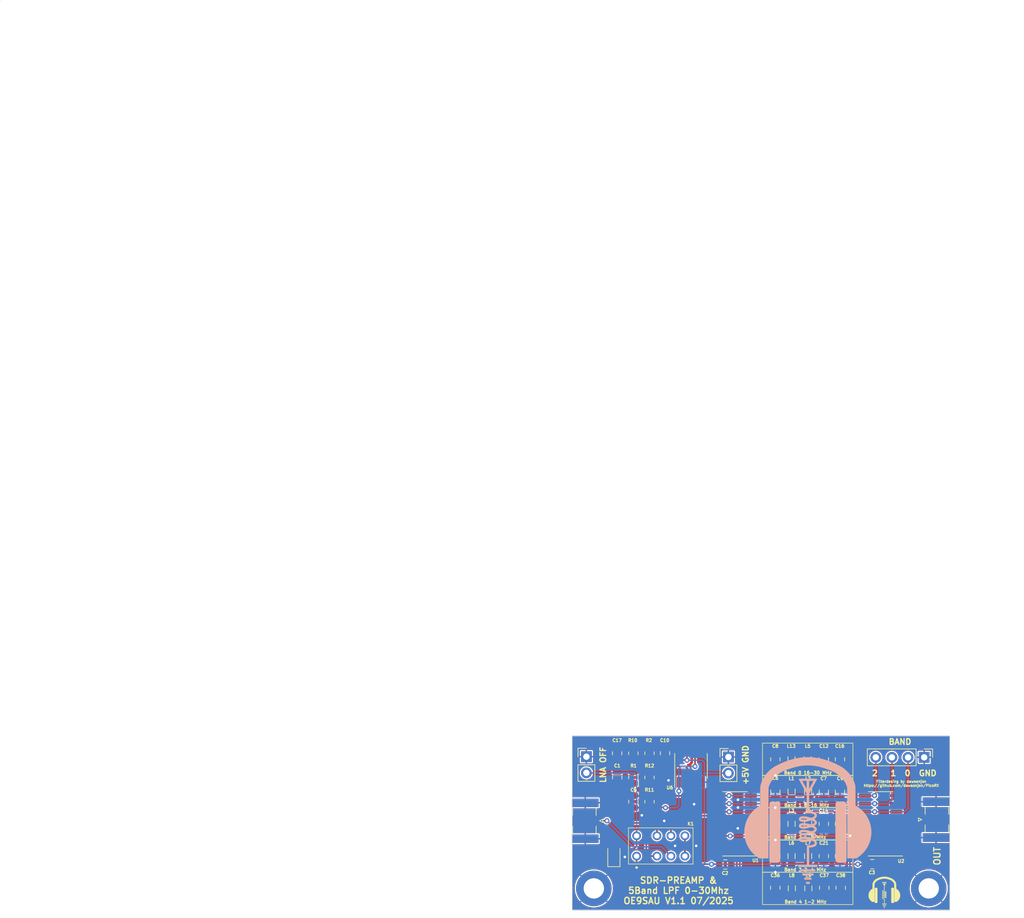
<source format=kicad_pcb>
(kicad_pcb (version 20240108) (generator "pcbnew") (generator_version "8.0")
  (layers (0 "F.Cu" signal) (31 "B.Cu" signal) (34 "B.Paste" user) (35 "F.Paste" user) (36 "B.SilkS" user "B.Silkscreen") (37 "F.SilkS" user "F.Silkscreen") (38 "B.Mask" user) (39 "F.Mask" user) (44 "Edge.Cuts" user))
  (net 0 "")
  (net 1 "+5V")
  (net 2 "GND")
  (net 3 "LPF_16_30_A")
  (net 4 "LPF_8_16_A")
  (net 5 "Net-(C7-Pad2)")
  (net 6 "LPF_8_16_B")
  (net 7 "Net-(C12-Pad2)")
  (net 8 "LPF_4_8_A")
  (net 9 "Net-(C14-Pad2)")
  (net 10 "LPF_4_8_B")
  (net 11 "LPF_2_4_A")
  (net 12 "LPF_16_30_B")
  (net 13 "Net-(C21-Pad2)")
  (net 14 "LPF_2_4_B")
  (net 15 "LPF_1_2_A")
  (net 17 "BAND_2")
  (net 18 "BAND_1")
  (net 19 "BAND_0")
  (net 21 "Net-(C37-Pad2)")
  (net 22 "LPF_1_2_B")
  (net 23 "Net-(U1-I5)")
  (net 24 "Net-(J5-In)")
  (net 25 "Net-(C1-Pad1)")
  (net 26 "Net-(U6--)")
  (net 27 "RF_PREAMP")
  (net 28 "Net-(U6-+)")
  (net 30 "Net-(K1-NC_1)")
  (net 31 "Net-(K1-NC_2)")
  (net 32 "Net-(K1-NO_1)")
  (net 33 "Net-(J1-In)")
  (net 34 "Net-(D1-A)")
  (footprint "Resistor_SMD:R_0805_2012Metric" (layer "F.Cu") (at 102.108 126.05 -90)
    (property "Reference" "R11")
    (property "Value" "220")
  )
  (footprint "Capacitor_SMD:C_0805_2012Metric" (layer "F.Cu") (at 129.6 139.6 90)
    (property "Reference" "C37")
    (property "Value" "4.7n")
  )
  (footprint "Capacitor_SMD:C_0805_2012Metric" (layer "F.Cu") (at 121.92 129.54 90)
    (property "Reference" "C13")
    (property "Value" "1n")
  )
  (footprint "Inductor_SMD:L_0805_2012Metric_Pad1.05x1.20mm_HandSolder" (layer "F.Cu") (at 124.46 134.62 90)
    (property "Reference" "L6")
    (property "Value" "2.2u")
  )
  (footprint "MountingHole:MountingHole_3.2mm_M3_DIN965_Pad" (layer "F.Cu") (at 146.05 139.7)
    (property "Reference" "H2" (hide yes))
    (property "Value" "MountingHole_Pad")
  )
  (footprint "Capacitor_SMD:C_0805_2012Metric" (layer "F.Cu") (at 121.92 119.38 90)
    (property "Reference" "C8")
    (property "Value" "330pF")
  )
  (footprint "Capacitor_SMD:C_0805_2012Metric" (layer "F.Cu") (at 132.08 134.62 90)
    (property "Reference" "C22")
    (property "Value" "1.5n")
  )
  (footprint "Inductor_SMD:L_0805_2012Metric_Pad1.05x1.20mm_HandSolder" (layer "F.Cu") (at 127.065 124.46 -90)
    (property "Reference" "L2")
    (property "Value" "330n")
  )
  (footprint "Capacitor_SMD:C_0805_2012Metric" (layer "F.Cu") (at 132.08 119.38 90)
    (property "Reference" "C16")
    (property "Value" "330p")
  )
  (footprint "Diode_SMD:D_0805_2012Metric_Pad1.15x1.40mm_HandSolder" (layer "F.Cu") (at 96.5 134.425 90)
    (property "Reference" "D1" (hide yes))
    (property "Value" "1N4148W")
  )
  (footprint "Inductor_SMD:L_0805_2012Metric_Pad1.05x1.20mm_HandSolder" (layer "F.Cu") (at 127.065 134.62 -90)
    (property "Reference" "L7")
    (property "Value" "2.2u")
  )
  (footprint "Connector_PinHeader_2.54mm:PinHeader_1x04_P2.54mm_Vertical" (layer "F.Cu") (at 145.33 119.075 -90)
    (property "Reference" "J4" (hide yes))
    (property "Value" "Conn_01x04_Pin")
  )
  (footprint "Capacitor_SMD:C_0805_2012Metric" (layer "F.Cu") (at 99.568 126.05 -90)
    (property "Reference" "C5")
    (property "Value" "22p")
  )
  (footprint "UA2-5SNU:UA245NJ" (layer "F.Cu") (at 103.876 133.345)
    (property "Reference" "K1")
    (property "Value" "UA2-5NU" (hide yes))
  )
  (footprint "Inductor_SMD:L_0805_2012Metric_Pad1.05x1.20mm_HandSolder" (layer "F.Cu") (at 124.46 119.38 90)
    (property "Reference" "L13")
    (property "Value" "220n")
  )
  (footprint "MountingHole:MountingHole_3.2mm_M3_DIN965_Pad" (layer "F.Cu") (at 93.345 139.7)
    (property "Reference" "H1" (hide yes))
    (property "Value" "MountingHole_Pad")
  )
  (footprint "Package_SO:SO-8_3.9x4.9mm_P1.27mm" (layer "F.Cu") (at 108.6358 120.4056 90)
    (property "Reference" "U6")
    (property "Value" "LTC6226xS8")
  )
  (footprint "LOGO" (layer "F.Cu") (at 139.065 140.335)
    (property "Reference" "G0" (hide yes))
    (property "Value" "LOGO" (hide yes))
  )
  (footprint "Inductor_SMD:L_0805_2012Metric_Pad1.05x1.20mm_HandSolder" (layer "F.Cu") (at 127.1 139.7 -90)
    (property "Reference" "L9")
    (property "Value" "4.7u")
  )
  (footprint "Resistor_SMD:R_0805_2012Metric" (layer "F.Cu") (at 99.568 118.43 90)
    (property "Reference" "R10")
    (property "Value" "10K")
  )
  (footprint "Package_SO:SOIC-16_3.9x9.9mm_P1.27mm" (layer "F.Cu") (at 115.57 129.54 180)
    (property "Reference" "U1")
    (property "Value" "74CBT3251")
  )
  (footprint "Capacitor_SMD:C_0805_2012Metric" (layer "F.Cu") (at 132.2 139.6 90)
    (property "Reference" "C38")
    (property "Value" "3.3n")
  )
  (footprint "Capacitor_SMD:C_0805_2012Metric" (layer "F.Cu") (at 121.92 134.62 90)
    (property "Reference" "C19")
    (property "Value" "1.5n")
  )
  (footprint "Inductor_SMD:L_0805_2012Metric_Pad1.05x1.20mm_HandSolder" (layer "F.Cu") (at 124.5 139.7 90)
    (property "Reference" "L8")
    (property "Value" "4.7u")
  )
  (footprint "Capacitor_SMD:C_0805_2012Metric" (layer "F.Cu") (at 129.54 124.46 90)
    (property "Reference" "C7")
    (property "Value" "1n")
  )
  (footprint "Capacitor_SMD:C_0805_2012Metric" (layer "F.Cu") (at 97.028 122.24 -90)
    (property "Reference" "C1")
    (property "Value" "10n")
  )
  (footprint "Capacitor_SMD:C_0805_2012Metric" (layer "F.Cu") (at 97.0128 118.4402 90)
    (property "Reference" "C17")
    (property "Value" "100n")
  )
  (footprint "Inductor_SMD:L_0805_2012Metric_Pad1.05x1.20mm_HandSolder" (layer "F.Cu") (at 124.46 129.54 90)
    (property "Reference" "L3")
    (property "Value" "1u")
  )
  (footprint "Connector_Coaxial:SMA_Samtec_SMA-J-P-X-ST-EM1_EdgeMount" (layer "F.Cu") (at 91.9988 129.0574 -90)
    (property "Reference" "J5" (hide yes))
    (property "Value" "Antenna")
  )
  (footprint "Connector_PinHeader_2.54mm:PinHeader_1x02_P2.54mm_Vertical" (layer "F.Cu") (at 92.175 118.975)
    (property "Reference" "J2" (hide yes))
    (property "Value" "Conn_01x02_Pin")
  )
  (footprint "Capacitor_SMD:C_0805_2012Metric" (layer "F.Cu") (at 132.08 129.54 90)
    (property "Reference" "C15")
    (property "Value" "1n")
  )
  (footprint "Capacitor_SMD:C_0805_2012Metric" (layer "F.Cu") (at 129.54 129.54 90)
    (property "Reference" "C14")
    (property "Value" "1n")
  )
  (footprint "Capacitor_SMD:C_0805_2012Metric" (layer "F.Cu") (at 121.9 139.6 90)
    (property "Reference" "C36")
    (property "Value" "3.3n")
  )
  (footprint "Package_SO:SOIC-16_3.9x9.9mm_P1.27mm" (layer "F.Cu") (at 138.475 129.54 180)
    (property "Reference" "U2")
    (property "Value" "74CBT3251")
  )
  (footprint "Inductor_SMD:L_0805_2012Metric_Pad1.05x1.20mm_HandSolder" (layer "F.Cu") (at 127 119.38 -90)
    (property "Reference" "L5")
    (property "Value" "220n")
  )
  (footprint "Inductor_SMD:L_0805_2012Metric_Pad1.05x1.20mm_HandSolder" (layer "F.Cu") (at 127.065 129.54 -90)
    (property "Reference" "L4")
    (property "Value" "1u")
  )
  (footprint "Connector_Coaxial:SMA_Samtec_SMA-J-P-X-ST-EM1_EdgeMount" (layer "F.Cu") (at 147.193 128.874 90)
    (property "Reference" "J1" (hide yes))
    (property "Value" "Antenna")
  )
  (footprint "Capacitor_SMD:C_0805_2012Metric" (layer "F.Cu") (at 129.54 134.62 90)
    (property "Reference" "C21")
    (property "Value" "2.2n")
  )
  (footprint "Capacitor_SMD:C_0805_2012Metric" (layer "F.Cu") (at 137.16 135.89)
    (property "Reference" "C3")
    (property "Value" "100n")
  )
  (footprint "Capacitor_SMD:C_0805_2012Metric" (layer "F.Cu") (at 121.92 124.46 90)
    (property "Reference" "C6")
    (property "Value" "680p")
  )
  (footprint "Inductor_SMD:L_0805_2012Metric_Pad1.05x1.20mm_HandSolder" (layer "F.Cu") (at 124.46 124.46 90)
    (property "Reference" "L1")
    (property "Value" "330n")
  )
  (footprint "Resistor_SMD:R_0805_2012Metric" (layer "F.Cu") (at 99.568 122.24 -90)
    (property "Reference" "R1")
    (property "Value" "47")
  )
  (footprint "Capacitor_SMD:C_0805_2012Metric" (layer "F.Cu") (at 114.0308 135.9408)
    (property "Reference" "C2")
    (property "Value" "100n" (hide yes))
  )
  (footprint "Capacitor_SMD:C_0805_2012Metric" (layer "F.Cu") (at 129.54 119.38 90)
    (property "Reference" "C12")
    (property "Value" "470p")
  )
  (footprint "Capacitor_SMD:C_0805_2012Metric" (layer "F.Cu") (at 132.08 124.46 90)
    (property "Reference" "C9")
    (property "Value" "680p")
  )
  (footprint "Resistor_SMD:R_0805_2012Metric" (layer "F.Cu") (at 102.108 122.24 90)
    (property "Reference" "R12")
    (property "Value" "1k")
  )
  (footprint "Capacitor_SMD:C_0805_2012Metric" (layer "F.Cu") (at 104.5464 118.43 90)
    (property "Reference" "C10")
    (property "Value" "100n")
  )
  (footprint "Connector_PinHeader_2.54mm:PinHeader_1x02_P2.54mm_Vertical" (layer "F.Cu") (at 114.526 119.0244)
    (property "Reference" "J3" (hide yes))
    (property "Value" "Conn_01x02_Pin")
  )
  (footprint "Resistor_SMD:R_0805_2012Metric" (layer "F.Cu") (at 102.108 118.43 -90)
    (property "Reference" "R2")
    (property "Value" "10K")
  )
  (footprint "LOGO" (layer "B.Cu") (at 127.0254 129.0066 180)
    (property "Reference" "G1" (hide yes))
    (property "Value" "LOGO" (hide yes))
  )
  (gr_rect (start 119.888 116.84) (end 134.112 121.92) (stroke (width 0.1)) (fill none) (layer "F.SilkS"))
  (gr_rect (start 119.888 137.16) (end 134.112 142.24) (stroke (width 0.1)) (fill none) (layer "F.SilkS"))
  (gr_rect (start 119.888 121.92) (end 134.112 127) (stroke (width 0.1)) (fill none) (layer "F.SilkS"))
  (gr_rect (start 119.888 127) (end 134.112 132.08) (stroke (width 0.1)) (fill none) (layer "F.SilkS"))
  (gr_rect (start 119.888 132.08) (end 134.112 137.16) (stroke (width 0.1)) (fill none) (layer "F.SilkS"))
  (gr_rect (start 89.9414 115.697) (end 149.352 143.117) (stroke (width 0.1)) (fill none) (layer "Edge.Cuts"))
  (gr_text "Filterdesing by dawsonjon\nhttps://github.com/dawsonjon/PicoRX" (at 141.732 123.7488 0) (layer "F.SilkS") (effects (font (size 0.4 0.4) (thickness 0.1) (bold yes)) (justify bottom)))
  (gr_text "Band 1 8-16 MHz" (at 123.25 126.9 0) (layer "F.SilkS") (effects (font (size 0.5 0.5) (thickness 0.125) (bold yes)) (justify left bottom)))
  (gr_text "OUT" (at 147.955 134.62 90) (layer "F.SilkS") (effects (font (size 1 1) (thickness 0.2) (bold yes)) (justify bottom)))
  (gr_text "Band 4 1-2 MHz" (at 123.3 142.1 0) (layer "F.SilkS") (effects (font (size 0.5 0.5) (thickness 0.125) (bold yes)) (justify left bottom)))
  (gr_text "Band 2 4-8 MHz" (at 123.25 131.95 0) (layer "F.SilkS") (effects (font (size 0.5 0.5) (thickness 0.125) (bold yes)) (justify left bottom)))
  (gr_text "+5V GND" (at 117.75 123.5 90) (layer "F.SilkS") (effects (font (size 0.9 0.9) (thickness 0.2) (bold yes)) (justify left bottom)))
  (gr_text "2   1  0  GND" (at 142.2 122.1 0) (layer "F.SilkS") (effects (font (size 0.9 0.9) (thickness 0.2) (bold yes)) (justify bottom)))
  (gr_text "LNA OFF" (at 95.325 123.19 90) (layer "F.SilkS") (effects (font (size 0.9 0.9) (thickness 0.2) (bold yes)) (justify left bottom)))
  (gr_text "SDR-PREAMP &\n5Band LPF 0-30Mhz\nOE9SAU V1.1 07/2025" (at 106.68 142.24 0) (layer "F.SilkS") (effects (font (size 1 1) (thickness 0.2) (bold yes)) (justify bottom)))
  (gr_text "Band 0 16-30 MHz" (at 123.2 121.8 0) (layer "F.SilkS") (effects (font (size 0.5 0.5) (thickness 0.125) (bold yes)) (justify left bottom)))
  (gr_text "BAND" (at 141.525 117.15 0) (layer "F.SilkS") (effects (font (size 0.9 0.9) (thickness 0.2) (bold yes)) (justify bottom)))
  (gr_text "Band 3 2-4 MHz" (at 123.25 137.05 0) (layer "F.SilkS") (effects (font (size 0.5 0.5) (thickness 0.125) (bold yes)) (justify left bottom)))
  (via (at 0 0) (size 0.2) (drill 0.4) (layers "F.Cu" "B.Cu") (net 0))
  (via (at 0 0) (size 0.2) (drill 0.4) (layers "F.Cu" "B.Cu") (net 0))
  (via (at 0 0) (size 0.2) (drill 0.4) (layers "F.Cu" "B.Cu") (net 0))
  (via (at 0 0) (size 0.2) (drill 0.4) (layers "F.Cu" "B.Cu") (net 0))
  (via (at 0 0) (size 0.2) (drill 0.4) (layers "F.Cu" "B.Cu") (net 0))
  (segment (start 113.0808 133.9992) (end 113.095 133.985) (width 0.25) (layer "F.Cu") (net 1))
  (segment (start 113.795 133.985) (end 113.418249 133.985) (width 0.25) (layer "F.Cu") (net 1))
  (segment (start 135.001 135.89) (end 134.874 135.763) (width 0.25) (layer "F.Cu") (net 1))
  (segment (start 113.0808 135.9408) (end 113.0808 133.9992) (width 0.25) (layer "F.Cu") (net 1))
  (segment (start 104.6664 119.5) (end 107.9684 119.5) (width 0.25) (layer "F.Cu") (net 1))
  (segment (start 107.9684 119.5) (end 108.0008 119.5324) (width 0.25) (layer "F.Cu") (net 1))
  (segment (start 113.03 135.89) (end 113.0808 135.9408) (width 0.25) (layer "F.Cu") (net 1))
  (segment (start 102.108 117.5175) (end 102.6839 117.5175) (width 0.25) (layer "F.Cu") (net 1))
  (segment (start 100.076 135.6614) (end 100.3046 135.89) (width 0.25) (layer "F.Cu") (net 1))
  (segment (start 102.6839 117.5175) (end 104.5464 119.38) (width 0.25) (layer "F.Cu") (net 1))
  (segment (start 96.7 135.9) (end 99.8374 135.9) (width 0.25) (layer "F.Cu") (net 1))
  (segment (start 136.21 134.195) (end 136 133.985) (width 0.25) (layer "F.Cu") (net 1))
  (segment (start 96.5 135.7) (end 96.7 135.9) (width 0.25) (layer "F.Cu") (net 1))
  (segment (start 111.8616 135.89) (end 113.03 135.89) (width 0.25) (layer "F.Cu") (net 1))
  (segment (start 108.0008 119.5324) (end 108.0008 117.8306) (width 0.25) (layer "F.Cu") (net 1))
  (segment (start 100.076 134.62) (end 100.076 135.6614) (width 0.25) (layer "F.Cu") (net 1))
  (segment (start 136.21 135.89) (end 135.001 135.89) (width 0.25) (layer "F.Cu") (net 1))
  (segment (start 136.21 135.89) (end 136.21 134.195) (width 0.25) (layer "F.Cu") (net 1))
  (segment (start 100.3046 135.89) (end 111.8616 135.89) (width 0.25) (layer "F.Cu") (net 1))
  (segment (start 104.5464 119.38) (end 104.6664 119.5) (width 0.25) (layer "F.Cu") (net 1))
  (segment (start 99.8374 135.9) (end 100.076 135.6614) (width 0.25) (layer "F.Cu") (net 1))
  (via (at 134.874 135.89) (size 0.8) (drill 0.4) (layers "F.Cu" "B.Cu") (net 1))
  (via (at 111.8616 135.89) (size 0.8) (drill 0.4) (layers "F.Cu" "B.Cu") (net 1))
  (via (at 108.0008 119.5324) (size 0.8) (drill 0.4) (layers "F.Cu" "B.Cu") (net 1))
  (segment (start 110.7694 121.5644) (end 110.744 121.5898) (width 0.25) (layer "B.Cu") (net 1))
  (segment (start 110.744 121.5898) (end 110.744 135.636) (width 0.25) (layer "B.Cu") (net 1))
  (segment (start 108.0008 119.5324) (end 110.4392 119.5324) (width 0.25) (layer "B.Cu") (net 1))
  (segment (start 110.744 119.8372) (end 110.744 121.5898) (width 0.25) (layer "B.Cu") (net 1))
  (segment (start 110.4392 119.5324) (end 110.744 119.8372) (width 0.25) (layer "B.Cu") (net 1))
  (segment (start 114.526 121.5644) (end 110.7694 121.5644) (width 0.25) (layer "B.Cu") (net 1))
  (segment (start 99.8982 134.7978) (end 100.076 134.62) (width 0.25) (layer "B.Cu") (net 1))
  (segment (start 110.998 135.89) (end 134.874 135.89) (width 0.25) (layer "B.Cu") (net 1))
  (segment (start 110.744 135.636) (end 110.998 135.89) (width 0.25) (layer "B.Cu") (net 1))
  (segment (start 99.4695 117.419) (end 99.568 117.5175) (width 0.25) (layer "F.Cu") (net 2))
  (segment (start 129.5146 125.4354) (end 129.54 125.41) (width 0.25) (layer "F.Cu") (net 2))
  (segment (start 129.54 125.41) (end 132.08 125.41) (width 0.25) (layer "F.Cu") (net 2))
  (segment (start 129.54 130.49) (end 132.08 130.49) (width 0.25) (layer "F.Cu") (net 2))
  (segment (start 117.7798 126.9746) (end 118.045 126.7094) (width 0.25) (layer "F.Cu") (net 2))
  (segment (start 121.92 125.41) (end 121.92 125.73) (width 0.25) (layer "F.Cu") (net 2))
  (segment (start 99.568 117.5175) (end 99.0365 117.5175) (width 0.25) (layer "F.Cu") (net 2))
  (segment (start 129.54 120.33) (end 132.08 120.33) (width 0.25) (layer "F.Cu") (net 2))
  (segment (start 118.045 126.7094) (end 118.045 126.365) (width 0.25) (layer "F.Cu") (net 2))
  (segment (start 97.028 117.4902) (end 99.4695 117.4902) (width 0.25) (layer "F.Cu") (net 2))
  (segment (start 121.92 120.33) (end 121.92 120.65) (width 0.25) (layer "F.Cu") (net 2))
  (segment (start 129.6 140.55) (end 132.2 140.55) (width 0.25) (layer "F.Cu") (net 2))
  (segment (start 129.54 135.57) (end 132.08 135.57) (width 0.25) (layer "F.Cu") (net 2))
  (segment (start 116.0272 126.9746) (end 117.7798 126.9746) (width 0.25) (layer "F.Cu") (net 2))
  (via (at 121.92 132.08) (size 0.8) (drill 0.4) (layers "F.Cu" "B.Cu") (net 2))
  (via (at 104.425 129.075) (size 0.8) (drill 0.4) (layers "F.Cu" "B.Cu") (net 2))
  (via (at 116 130.25) (size 0.8) (drill 0.4) (layers "F.Cu" "B.Cu") (net 2))
  (via (at 106.125 133) (size 0.8) (drill 0.4) (layers "F.Cu" "B.Cu") (net 2))
  (via (at 105.1 122.7) (size 0.8) (drill 0.4) (layers "F.Cu" "B.Cu") (net 2))
  (via (at 109.45 133) (size 0.8) (drill 0.4) (layers "F.Cu" "B.Cu") (net 2))
  (via (at 121.8946 127) (size 0.8) (drill 0.4) (layers "F.Cu" "B.Cu") (net 2))
  (via (at 100.9 128.2) (size 0.8) (drill 0.4) (layers "F.Cu" "B.Cu") (net 2))
  (via (at 109.125 126.45) (size 0.8) (drill 0.4) (layers "F.Cu" "B.Cu") (net 2))
  (via (at 98.225 134.75) (size 0.8) (drill 0.4) (layers "F.Cu" "B.Cu") (net 2))
  (via (at 121.92 137.1346) (size 0.8) (drill 0.4) (layers "F.Cu" "B.Cu") (net 2))
  (via (at 121.92 121.92) (size 0.8) (drill 0.4) (layers "F.Cu" "B.Cu") (net 2))
  (via (at 116.0272 126.9746) (size 0.8) (drill 0.4) (layers "F.Cu" "B.Cu") (net 2))
  (via (at 116.025 125.75) (size 0.8) (drill 0.4) (layers "F.Cu" "B.Cu") (net 2))
  (segment (start 116.2304 127) (end 116.205 126.9746) (width 0.25) (layer "B.Cu") (net 2))
  (segment (start 121.8946 127) (end 116.2304 127) (width 0.25) (layer "B.Cu") (net 2))
  (segment (start 119.8728 118.43) (end 121.92 118.43) (width 0.25) (layer "F.Cu") (net 3))
  (segment (start 119.126 130.175) (end 119.617359 129.683641) (width 0.25) (layer "F.Cu") (net 3))
  (segment (start 119.617359 118.685441) (end 119.8728 118.43) (width 0.25) (layer "F.Cu") (net 3))
  (segment (start 124.46 118.23) (end 122.12 118.23) (width 0.25) (layer "F.Cu") (net 3))
  (segment (start 119.617359 129.683641) (end 119.617359 118.685441) (width 0.25) (layer "F.Cu") (net 3))
  (segment (start 118.045 130.175) (end 119.126 130.175) (width 0.25) (layer "F.Cu") (net 3))
  (segment (start 122.12 118.23) (end 121.92 118.43) (width 0.25) (layer "F.Cu") (net 3))
  (segment (start 120.965 123.51) (end 120.25 124.225) (width 0.25) (layer "F.Cu") (net 4))
  (segment (start 120.25 130.448) (end 119.253 131.445) (width 0.25) (layer "F.Cu") (net 4))
  (segment (start 124.26 123.51) (end 124.46 123.31) (width 0.25) (layer "F.Cu") (net 4))
  (segment (start 121.92 123.51) (end 120.965 123.51) (width 0.25) (layer "F.Cu") (net 4))
  (segment (start 120.25 124.225) (end 120.25 130.448) (width 0.25) (layer "F.Cu") (net 4))
  (segment (start 121.92 123.51) (end 124.26 123.51) (width 0.25) (layer "F.Cu") (net 4))
  (segment (start 119.253 131.445) (end 118.045 131.445) (width 0.25) (layer "F.Cu") (net 4))
  (segment (start 124.46 125.61) (end 127.065 125.61) (width 0.25) (layer "F.Cu") (net 5))
  (segment (start 127.44 125.61) (end 129.54 123.51) (width 0.25) (layer "F.Cu") (net 5))
  (segment (start 127.065 125.61) (end 127.44 125.61) (width 0.25) (layer "F.Cu") (net 5))
  (segment (start 133.4262 128.4224) (end 133.4262 124.8562) (width 0.25) (layer "F.Cu") (net 6))
  (segment (start 140.95 131.445) (end 139.936853 131.445) (width 0.25) (layer "F.Cu") (net 6))
  (segment (start 127.065 123.31) (end 127.8454 122.5296) (width 0.25) (layer "F.Cu") (net 6))
  (segment (start 139.936853 131.445) (end 138.031853 129.54) (width 0.25) (layer "F.Cu") (net 6))
  (segment (start 138.031853 129.54) (end 134.5438 129.54) (width 0.25) (layer "F.Cu") (net 6))
  (segment (start 127.8454 122.5296) (end 131.0996 122.5296) (width 0.25) (layer "F.Cu") (net 6))
  (segment (start 133.4262 124.8562) (end 132.08 123.51) (width 0.25) (layer "F.Cu") (net 6))
  (segment (start 134.5438 129.54) (end 133.4262 128.4224) (width 0.25) (layer "F.Cu") (net 6))
  (segment (start 131.0996 122.5296) (end 132.08 123.51) (width 0.25) (layer "F.Cu") (net 6))
  (segment (start 127 120.53) (end 124.46 120.53) (width 0.25) (layer "F.Cu") (net 7))
  (segment (start 129.1 118.43) (end 127 120.53) (width 0.25) (layer "F.Cu") (net 7))
  (segment (start 129.54 118.43) (end 129.1 118.43) (width 0.25) (layer "F.Cu") (net 7))
  (segment (start 121.92 128.59) (end 120.87 129.64) (width 0.25) (layer "F.Cu") (net 8))
  (segment (start 120.87 131.225) (end 119.38 132.715) (width 0.25) (layer "F.Cu") (net 8))
  (segment (start 119.38 132.715) (end 118.045 132.715) (width 0.25) (layer "F.Cu") (net 8))
  (segment (start 121.92 128.59) (end 124.26 128.59) (width 0.25) (layer "F.Cu") (net 8))
  (segment (start 124.26 128.59) (end 124.46 128.39) (width 0.25) (layer "F.Cu") (net 8))
  (segment (start 120.87 129.64) (end 120.87 131.225) (width 0.25) (layer "F.Cu") (net 8))
  (segment (start 127.44 130.69) (end 129.54 128.59) (width 0.25) (layer "F.Cu") (net 9))
  (segment (start 127.065 130.69) (end 127.44 130.69) (width 0.25) (layer "F.Cu") (net 9))
  (segment (start 124.46 130.69) (end 127.065 130.69) (width 0.25) (layer "F.Cu") (net 9))
  (segment (start 130.998 127.508) (end 132.08 128.59) (width 0.25) (layer "F.Cu") (net 10))
  (segment (start 137.873604 130.81) (end 134.3 130.81) (width 0.25) (layer "F.Cu") (net 10))
  (segment (start 134.3 130.81) (end 132.08 128.59) (width 0.25) (layer "F.Cu") (net 10))
  (segment (start 140.95 132.715) (end 139.778604 132.715) (width 0.25) (layer "F.Cu") (net 10))
  (segment (start 127.947 127.508) (end 130.998 127.508) (width 0.25) (layer "F.Cu") (net 10))
  (segment (start 127.065 128.39) (end 127.947 127.508) (width 0.25) (layer "F.Cu") (net 10))
  (segment (start 139.778604 132.715) (end 137.873604 130.81) (width 0.25) (layer "F.Cu") (net 10))
  (segment (start 121.9048 133.6548) (end 121.92 133.67) (width 0.25) (layer "F.Cu") (net 11))
  (segment (start 120.0912 133.985) (end 120.4214 133.6548) (width 0.25) (layer "F.Cu") (net 11))
  (segment (start 120.4214 133.6548) (end 121.9048 133.6548) (width 0.25) (layer "F.Cu") (net 11))
  (segment (start 121.92 133.67) (end 124.26 133.67) (width 0.25) (layer "F.Cu") (net 11))
  (segment (start 124.26 133.67) (end 124.46 133.47) (width 0.25) (layer "F.Cu") (net 11))
  (segment (start 118.045 133.985) (end 120.0912 133.985) (width 0.25) (layer "F.Cu") (net 11))
  (segment (start 128.426827 117.605) (end 131.255 117.605) (width 0.25) (layer "F.Cu") (net 12))
  (segment (start 131.255 117.605) (end 132.08 118.43) (width 0.25) (layer "F.Cu") (net 12))
  (segment (start 138.206396 128.27) (end 134.745604 128.27) (width 0.25) (layer "F.Cu") (net 12))
  (segment (start 134.2 118.65) (end 133.98 118.43) (width 0.25) (layer "F.Cu") (net 12))
  (segment (start 134.2 127.724396) (end 134.2 118.65) (width 0.25) (layer "F.Cu") (net 12))
  (segment (start 127 118.23) (end 127.801827 118.23) (width 0.25) (layer "F.Cu") (net 12))
  (segment (start 140.111396 130.175) (end 138.206396 128.27) (width 0.25) (layer "F.Cu") (net 12))
  (segment (start 133.98 118.43) (end 132.08 118.43) (width 0.25) (layer "F.Cu") (net 12))
  (segment (start 127.801827 118.23) (end 128.426827 117.605) (width 0.25) (layer "F.Cu") (net 12))
  (segment (start 134.745604 128.27) (end 134.2 127.724396) (width 0.25) (layer "F.Cu") (net 12))
  (segment (start 140.95 130.175) (end 140.111396 130.175) (width 0.25) (layer "F.Cu") (net 12))
  (segment (start 127.065 135.77) (end 127.44 135.77) (width 0.25) (layer "F.Cu") (net 13))
  (segment (start 127.44 135.77) (end 129.54 133.67) (width 0.25) (layer "F.Cu") (net 13))
  (segment (start 124.46 135.77) (end 127.065 135.77) (width 0.25) (layer "F.Cu") (net 13))
  (segment (start 140.95 133.985) (end 138.916751 133.985) (width 0.25) (layer "F.Cu") (net 14))
  (segment (start 137.011751 132.08) (end 133.67 132.08) (width 0.25) (layer "F.Cu") (net 14))
  (segment (start 133.67 132.08) (end 132.08 133.67) (width 0.25) (layer "F.Cu") (net 14))
  (segment (start 127.8708 132.6642) (end 131.0742 132.6642) (width 0.25) (layer "F.Cu") (net 14))
  (segment (start 138.916751 133.985) (end 137.011751 132.08) (width 0.25) (layer "F.Cu") (net 14))
  (segment (start 131.0742 132.6642) (end 132.08 133.67) (width 0.25) (layer "F.Cu") (net 14))
  (segment (start 127.065 133.47) (end 127.8708 132.6642) (width 0.25) (layer "F.Cu") (net 14))
  (segment (start 116.0272 132.715) (end 113.095 132.715) (width 0.25) (layer "F.Cu") (net 15))
  (segment (start 124.313 138.55) (end 121.813 138.55) (width 0.25) (layer "F.Cu") (net 15))
  (segment (start 116.3066 138.4046) (end 116.3066 132.9944) (width 0.25) (layer "F.Cu") (net 15))
  (segment (start 121.9 138.65) (end 116.552 138.65) (width 0.25) (layer "F.Cu") (net 15))
  (segment (start 122 138.55) (end 121.9 138.65) (width 0.25) (layer "F.Cu") (net 15))
  (segment (start 116.552 138.65) (end 116.3066 138.4046) (width 0.25) (layer "F.Cu") (net 15))
  (segment (start 116.3066 132.9944) (end 116.0272 132.715) (width 0.25) (layer "F.Cu") (net 15))
  (segment (start 113.095 125.095) (end 114.6048 125.095) (width 0.25) (layer "F.Cu") (net 17))
  (segment (start 136 125.095) (end 137.5156 125.095) (width 0.25) (layer "F.Cu") (net 17))
  (via (at 114.6048 125.095) (size 0.8) (drill 0.4) (layers "F.Cu" "B.Cu") (net 17))
  (via (at 137.5156 125.095) (size 0.8) (drill 0.4) (layers "F.Cu" "B.Cu") (net 17))
  (segment (start 137.725 124.8856) (end 137.5156 125.095) (width 0.25) (layer "B.Cu") (net 17))
  (segment (start 137.725 118.6) (end 137.725 124.8856) (width 0.25) (layer "B.Cu") (net 17))
  (segment (start 114.6048 125.095) (end 137.5156 125.095) (width 0.25) (layer "B.Cu") (net 17))
  (segment (start 113.095 126.365) (end 114.6302 126.365) (width 0.25) (layer "F.Cu") (net 18))
  (segment (start 136 126.365) (end 137.541 126.365) (width 0.25) (layer "F.Cu") (net 18))
  (via (at 114.6302 126.365) (size 0.8) (drill 0.4) (layers "F.Cu" "B.Cu") (net 18))
  (via (at 137.541 126.365) (size 0.8) (drill 0.4) (layers "F.Cu" "B.Cu") (net 18))
  (segment (start 137.541 126.365) (end 137.451 126.275) (width 0.25) (layer "B.Cu") (net 18))
  (segment (start 140.265 125.8) (end 140.265 118.6) (width 0.25) (layer "B.Cu") (net 18))
  (segment (start 137.451 126.365) (end 114.7202 126.365) (width 0.25) (layer "B.Cu") (net 18))
  (segment (start 137.541 126.365) (end 139.7 126.365) (width 0.25) (layer "B.Cu") (net 18))
  (segment (start 114.7202 126.275) (end 114.6302 126.365) (width 0.25) (layer "B.Cu") (net 18))
  (segment (start 139.7 126.365) (end 140.265 125.8) (width 0.25) (layer "B.Cu") (net 18))
  (segment (start 113.095 127.635) (end 114.6302 127.635) (width 0.25) (layer "F.Cu") (net 19))
  (segment (start 135.509 127.635) (end 136 127.635) (width 0.25) (layer "F.Cu") (net 19))
  (segment (start 136 127.635) (end 137.541 127.635) (width 0.25) (layer "F.Cu") (net 19))
  (via (at 114.6302 127.635) (size 0.8) (drill 0.4) (layers "F.Cu" "B.Cu") (net 19))
  (via (at 137.541 127.635) (size 0.8) (drill 0.4) (layers "F.Cu" "B.Cu") (net 19))
  (segment (start 114.7202 127.635) (end 137.451 127.635) (width 0.25) (layer "B.Cu") (net 19))
  (segment (start 142.805 127.07) (end 142.805 118.6) (width 0.25) (layer "B.Cu") (net 19))
  (segment (start 114.6302 127.635) (end 114.7202 127.725) (width 0.25) (layer "B.Cu") (net 19))
  (segment (start 137.451 127.725) (end 137.541 127.635) (width 0.25) (layer "B.Cu") (net 19))
  (segment (start 137.541 127.635) (end 142.24 127.635) (width 0.25) (layer "B.Cu") (net 19))
  (segment (start 142.24 127.635) (end 142.805 127.07) (width 0.25) (layer "B.Cu") (net 19))
  (segment (start 124.5 140.85) (end 127.1 140.85) (width 0.25) (layer "F.Cu") (net 21))
  (segment (start 127.4 140.85) (end 129.6 138.65) (width 0.25) (layer "F.Cu") (net 21))
  (segment (start 127.1 140.85) (end 127.4 140.85) (width 0.25) (layer "F.Cu") (net 21))
  (segment (start 134.1628 132.715) (end 135.008249 132.715) (width 0.25) (layer "F.Cu") (net 22))
  (segment (start 128.0582 137.5918) (end 131.1418 137.5918) (width 0.25) (layer "F.Cu") (net 22))
  (segment (start 133.6548 137.1952) (end 133.6548 133.223) (width 0.25) (layer "F.Cu") (net 22))
  (segment (start 133.6548 133.223) (end 134.1628 132.715) (width 0.25) (layer "F.Cu") (net 22))
  (segment (start 127.1 138.55) (end 128.0582 137.5918) (width 0.25) (layer "F.Cu") (net 22))
  (segment (start 131.1418 137.5918) (end 132.2 138.65) (width 0.25) (layer "F.Cu") (net 22))
  (segment (start 132.2 138.65) (end 133.6548 137.1952) (width 0.25) (layer "F.Cu") (net 22))
  (segment (start 139.925457 132.07) (end 138.030457 130.175) (width 0.25) (layer "F.Cu") (net 23))
  (segment (start 139.928249 130.8) (end 138.033249 128.905) (width 0.25) (layer "F.Cu") (net 23))
  (segment (start 142.25 133.061751) (end 142.25 132.14) (width 0.25) (layer "F.Cu") (net 23))
  (segment (start 141.976 130.8) (end 139.928249 130.8) (width 0.25) (layer "F.Cu") (net 23))
  (segment (start 114.808 131.445) (end 113.095 131.445) (width 0.25) (layer "F.Cu") (net 23))
  (segment (start 142.25 132.14) (end 142.18 132.07) (width 0.25) (layer "F.Cu") (net 23))
  (segment (start 133.7056 131.445) (end 133.6802 131.4196) (width 0.25) (layer "F.Cu") (net 23))
  (segment (start 142.25 131.074) (end 141.976 130.8) (width 0.25) (layer "F.Cu") (net 23))
  (segment (start 142.25 132) (end 142.25 131.074) (width 0.25) (layer "F.Cu") (net 23))
  (segment (start 137.541 131.445) (end 139.436 133.34) (width 0.25) (layer "F.Cu") (net 23))
  (segment (start 114.935 131.445) (end 114.808 131.445) (width 0.25) (layer "F.Cu") (net 23))
  (segment (start 138.030457 130.175) (end 136 130.175) (width 0.25) (layer "F.Cu") (net 23))
  (segment (start 138.033249 128.905) (end 136 128.905) (width 0.25) (layer "F.Cu") (net 23))
  (segment (start 142.18 132.07) (end 139.925457 132.07) (width 0.25) (layer "F.Cu") (net 23))
  (segment (start 113.095 131.445) (end 113.095 128.905) (width 0.25) (layer "F.Cu") (net 23))
  (segment (start 136 131.445) (end 133.7056 131.445) (width 0.25) (layer "F.Cu") (net 23))
  (segment (start 142.18 132.07) (end 142.25 132) (width 0.25) (layer "F.Cu") (net 23))
  (segment (start 133.6802 131.4196) (end 133.6802 131.3434) (width 0.25) (layer "F.Cu") (net 23))
  (segment (start 141.971751 133.34) (end 142.25 133.061751) (width 0.25) (layer "F.Cu") (net 23))
  (segment (start 139.436 133.34) (end 141.971751 133.34) (width 0.25) (layer "F.Cu") (net 23))
  (segment (start 136 131.445) (end 137.541 131.445) (width 0.25) (layer "F.Cu") (net 23))
  (via (at 133.6802 131.4196) (size 0.8) (drill 0.4) (layers "F.Cu" "B.Cu") (net 23))
  (via (at 114.808 131.445) (size 0.8) (drill 0.4) (layers "F.Cu" "B.Cu") (net 23))
  (segment (start 114.898 131.445) (end 133.6156 131.445) (width 0.25) (layer "B.Cu") (net 23))
  (segment (start 133.6156 131.355) (end 133.6802 131.4196) (width 0.25) (layer "B.Cu") (net 23))
  (segment (start 114.808 131.445) (end 114.898 131.355) (width 0.25) (layer "B.Cu") (net 23))
  (segment (start 95.4074 129.0574) (end 91.7988 129.0574) (width 0.25) (layer "F.Cu") (net 24))
  (via (at 95.4074 129.0574) (size 0.8) (drill 0.4) (layers "F.Cu" "B.Cu") (net 24))
  (segment (start 99.5 133.15) (end 104.006 133.15) (width 0.25) (layer "B.Cu") (net 24))
  (segment (start 104.006 133.15) (end 105.476 134.62) (width 0.25) (layer "B.Cu") (net 24))
  (segment (start 95.4074 129.0574) (end 99.5 133.15) (width 0.25) (layer "B.Cu") (net 24))
  (segment (start 97.028 121.29) (end 97.0655 121.3275) (width 0.25) (layer "F.Cu") (net 25))
  (segment (start 99.568 121.3275) (end 102.108 121.3275) (width 0.25) (layer "F.Cu") (net 25))
  (segment (start 97.0655 121.3275) (end 99.568 121.3275) (width 0.25) (layer "F.Cu") (net 25))
  (segment (start 108.0008 122.9806) (end 108.0008 124.8156) (width 0.25) (layer "F.Cu") (net 26))
  (segment (start 99.6055 125.1375) (end 99.568 125.1) (width 0.25) (layer "F.Cu") (net 26))
  (segment (start 107.6789 125.1375) (end 102.108 125.1375) (width 0.25) (layer "F.Cu") (net 26))
  (segment (start 108.0008 124.8156) (end 107.6789 125.1375) (width 0.25) (layer "F.Cu") (net 26))
  (segment (start 99.568 125.1) (end 99.568 123.1525) (width 0.25) (layer "F.Cu") (net 26))
  (segment (start 102.108 125.1375) (end 99.6055 125.1375) (width 0.25) (layer "F.Cu") (net 26))
  (segment (start 114.935 128.27) (end 115.57 128.905) (width 0.25) (layer "F.Cu") (net 27))
  (segment (start 105.705 128.27) (end 114.935 128.27) (width 0.25) (layer "F.Cu") (net 27))
  (segment (start 115.57 128.905) (end 118.045 128.905) (width 0.25) (layer "F.Cu") (net 27))
  (segment (start 105.476 128.499) (end 105.705 128.27) (width 0.25) (layer "F.Cu") (net 27))
  (segment (start 105.476 131.42) (end 105.476 128.499) (width 0.25) (layer "F.Cu") (net 27))
  (segment (start 107.75 120.5) (end 103.3628 120.5) (width 0.25) (layer "F.Cu") (net 28))
  (segment (start 103.102498 119.3425) (end 102.108 119.3425) (width 0.25) (layer "F.Cu") (net 28))
  (segment (start 109.2708 122.0208) (end 107.75 120.5) (width 0.25) (layer "F.Cu") (net 28))
  (segment (start 103.3628 120.015) (end 103.3628 119.5222) (width 0.25) (layer "F.Cu") (net 28))
  (segment (start 102.108 119.3425) (end 99.568 119.3425) (width 0.25) (layer "F.Cu") (net 28))
  (segment (start 102.108 123.1525) (end 103.1615 123.1525) (width 0.25) (layer "F.Cu") (net 28))
  (segment (start 109.2708 122.9806) (end 109.2708 122.0208) (width 0.25) (layer "F.Cu") (net 28))
  (segment (start 103.3628 121.666) (end 103.3628 120.015) (width 0.25) (layer "F.Cu") (net 28))
  (segment (start 103.1615 123.1525) (end 103.3628 122.9512) (width 0.25) (layer "F.Cu") (net 28))
  (segment (start 103.3628 122.9512) (end 103.3628 121.666) (width 0.25) (layer "F.Cu") (net 28))
  (segment (start 103.3628 120.5) (end 103.3628 121.666) (width 0.25) (layer "F.Cu") (net 28))
  (segment (start 99.568 119.3425) (end 97.1175 119.3425) (width 0.25) (layer "F.Cu") (net 28))
  (segment (start 103.3628 119.5222) (end 103.102498 119.3425) (width 0.25) (layer "F.Cu") (net 28))
  (segment (start 97.1175 119.3425) (end 97.028 119.253) (width 0.25) (layer "F.Cu") (net 28))
  (segment (start 101.6 134.35) (end 101.87 134.62) (width 0.25) (layer "F.Cu") (net 30))
  (segment (start 97.1 123.262) (end 97.1 127.625) (width 0.25) (layer "F.Cu") (net 30))
  (segment (start 101.6 129.7) (end 101.6 134.35) (width 0.25) (layer "F.Cu") (net 30))
  (segment (start 101.3 129.4) (end 101.6 129.7) (width 0.25) (layer "F.Cu") (net 30))
  (segment (start 97.028 123.19) (end 97.1 123.262) (width 0.25) (layer "F.Cu") (net 30))
  (segment (start 97.1 127.625) (end 98.875 129.4) (width 0.25) (layer "F.Cu") (net 30))
  (segment (start 101.87 134.62) (end 103.276 134.62) (width 0.25) (layer "F.Cu") (net 30))
  (segment (start 98.875 129.4) (end 101.3 129.4) (width 0.25) (layer "F.Cu") (net 30))
  (segment (start 103.276 127.393) (end 102.8455 126.9625) (width 0.25) (layer "F.Cu") (net 31))
  (segment (start 102.8455 126.9625) (end 104.5851 126.9625) (width 0.25) (layer "F.Cu") (net 31))
  (segment (start 102.108 126.9625) (end 102.8455 126.9625) (width 0.25) (layer "F.Cu") (net 31))
  (segment (start 109.2708 120.5) (end 109.2708 117.8306) (width 0.25) (layer "F.Cu") (net 31))
  (segment (start 103.276 131.42) (end 103.276 127.393) (width 0.25) (layer "F.Cu") (net 31))
  (segment (start 106.7308 124.3838) (end 106.7308 122.9806) (width 0.25) (layer "F.Cu") (net 31))
  (segment (start 102.0705 127) (end 102.108 126.9625) (width 0.25) (layer "F.Cu") (net 31))
  (segment (start 104.5851 126.9625) (end 104.6226 127) (width 0.25) (layer "F.Cu") (net 31))
  (segment (start 99.568 127) (end 102.0705 127) (width 0.25) (layer "F.Cu") (net 31))
  (via (at 106.7308 124.3838) (size 0.8) (drill 0.4) (layers "F.Cu" "B.Cu") (net 31))
  (via (at 109.2708 120.5) (size 0.8) (drill 0.4) (layers "F.Cu" "B.Cu") (net 31))
  (via (at 104.6226 127) (size 0.8) (drill 0.4) (layers "F.Cu" "B.Cu") (net 31))
  (segment (start 106.7054 120.8786) (end 106.7054 126.6952) (width 0.25) (layer "B.Cu") (net 31))
  (segment (start 109.2708 120.5) (end 107.084 120.5) (width 0.25) (layer "B.Cu") (net 31))
  (segment (start 106.7054 126.6952) (end 106.4006 127) (width 0.25) (layer "B.Cu") (net 31))
  (segment (start 106.4006 127) (end 104.6226 127) (width 0.25) (layer "B.Cu") (net 31))
  (segment (start 107.084 120.5) (end 106.7054 120.8786) (width 0.25) (layer "B.Cu") (net 31))
  (segment (start 107.676 131.42) (end 107.676 134.62) (width 0.25) (layer "F.Cu") (net 32))
  (segment (start 140.95 128.905) (end 147.4295 128.905) (width 0.25) (layer "F.Cu") (net 33))
  (segment (start 100.076 133.0452) (end 100.076 131.42) (width 0.25) (layer "F.Cu") (net 34))
  (segment (start 99.6442 133.477) (end 100.076 133.0452) (width 0.25) (layer "F.Cu") (net 34))
  (segment (start 96.673 133.477) (end 99.6442 133.477) (width 0.25) (layer "F.Cu") (net 34))
  (segment (start 92.964 121.539) (end 99.7458 121.539) (width 0.25) (layer "B.Cu") (net 34))
  (segment (start 100.0502 131.3942) (end 100.076 131.42) (width 0.25) (layer "B.Cu") (net 34))
  (segment (start 100.076 121.8692) (end 100.076 131.42) (width 0.25) (layer "B.Cu") (net 34))
  (segment (start 99.7458 121.539) (end 100.076 121.8692) (width 0.25) (layer "B.Cu") (net 34))
  (zone (net 2) (net_name "GND") (layer "F.Cu") (connect_pads (clearance 0.2)) (min_thickness 0.2) (fill yes (thermal_gap 0.2) (thermal_bridge_width 0.2))
    (polygon (pts (xy 89.9414 115.697) (xy 149.352 115.697) (xy 149.352 143.167) (xy 89.9414 143.167)))
  )
  (zone (net 2) (net_name "GND") (layer "B.Cu") (connect_pads (clearance 0.2)) (min_thickness 0.2) (fill yes (thermal_gap 0.2) (thermal_bridge_width 0.2))
    (polygon (pts (xy 89.9668 115.697) (xy 149.3774 115.697) (xy 149.3774 143.167) (xy 89.9668 143.167)))
  )
)
</source>
